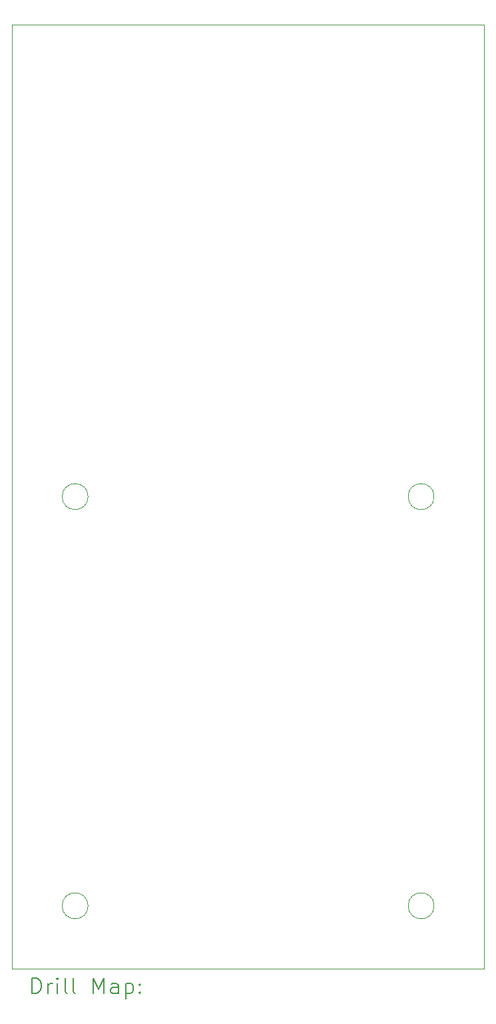
<source format=gbr>
%TF.GenerationSoftware,KiCad,Pcbnew,(6.0.11)*%
%TF.CreationDate,2023-06-04T21:12:27-05:00*%
%TF.ProjectId,Payload-Easy,5061796c-6f61-4642-9d45-6173792e6b69,1*%
%TF.SameCoordinates,Original*%
%TF.FileFunction,Drillmap*%
%TF.FilePolarity,Positive*%
%FSLAX45Y45*%
G04 Gerber Fmt 4.5, Leading zero omitted, Abs format (unit mm)*
G04 Created by KiCad (PCBNEW (6.0.11)) date 2023-06-04 21:12:27*
%MOMM*%
%LPD*%
G01*
G04 APERTURE LIST*
%ADD10C,0.100000*%
%ADD11C,0.200000*%
G04 APERTURE END LIST*
D10*
X16365000Y-10000000D02*
G75*
G03*
X16365000Y-10000000I-165000J0D01*
G01*
X16365000Y-15200000D02*
G75*
G03*
X16365000Y-15200000I-165000J0D01*
G01*
X11000000Y-4000000D02*
X17000000Y-4000000D01*
X17000000Y-4000000D02*
X17000000Y-16000000D01*
X17000000Y-16000000D02*
X11000000Y-16000000D01*
X11000000Y-16000000D02*
X11000000Y-4000000D01*
X11965000Y-15200000D02*
G75*
G03*
X11965000Y-15200000I-165000J0D01*
G01*
X11965000Y-10000000D02*
G75*
G03*
X11965000Y-10000000I-165000J0D01*
G01*
D11*
X11252619Y-16315476D02*
X11252619Y-16115476D01*
X11300238Y-16115476D01*
X11328809Y-16125000D01*
X11347857Y-16144048D01*
X11357381Y-16163095D01*
X11366905Y-16201190D01*
X11366905Y-16229762D01*
X11357381Y-16267857D01*
X11347857Y-16286905D01*
X11328809Y-16305952D01*
X11300238Y-16315476D01*
X11252619Y-16315476D01*
X11452619Y-16315476D02*
X11452619Y-16182143D01*
X11452619Y-16220238D02*
X11462143Y-16201190D01*
X11471667Y-16191667D01*
X11490714Y-16182143D01*
X11509762Y-16182143D01*
X11576428Y-16315476D02*
X11576428Y-16182143D01*
X11576428Y-16115476D02*
X11566905Y-16125000D01*
X11576428Y-16134524D01*
X11585952Y-16125000D01*
X11576428Y-16115476D01*
X11576428Y-16134524D01*
X11700238Y-16315476D02*
X11681190Y-16305952D01*
X11671667Y-16286905D01*
X11671667Y-16115476D01*
X11805000Y-16315476D02*
X11785952Y-16305952D01*
X11776428Y-16286905D01*
X11776428Y-16115476D01*
X12033571Y-16315476D02*
X12033571Y-16115476D01*
X12100238Y-16258333D01*
X12166905Y-16115476D01*
X12166905Y-16315476D01*
X12347857Y-16315476D02*
X12347857Y-16210714D01*
X12338333Y-16191667D01*
X12319286Y-16182143D01*
X12281190Y-16182143D01*
X12262143Y-16191667D01*
X12347857Y-16305952D02*
X12328809Y-16315476D01*
X12281190Y-16315476D01*
X12262143Y-16305952D01*
X12252619Y-16286905D01*
X12252619Y-16267857D01*
X12262143Y-16248809D01*
X12281190Y-16239286D01*
X12328809Y-16239286D01*
X12347857Y-16229762D01*
X12443095Y-16182143D02*
X12443095Y-16382143D01*
X12443095Y-16191667D02*
X12462143Y-16182143D01*
X12500238Y-16182143D01*
X12519286Y-16191667D01*
X12528809Y-16201190D01*
X12538333Y-16220238D01*
X12538333Y-16277381D01*
X12528809Y-16296428D01*
X12519286Y-16305952D01*
X12500238Y-16315476D01*
X12462143Y-16315476D01*
X12443095Y-16305952D01*
X12624048Y-16296428D02*
X12633571Y-16305952D01*
X12624048Y-16315476D01*
X12614524Y-16305952D01*
X12624048Y-16296428D01*
X12624048Y-16315476D01*
X12624048Y-16191667D02*
X12633571Y-16201190D01*
X12624048Y-16210714D01*
X12614524Y-16201190D01*
X12624048Y-16191667D01*
X12624048Y-16210714D01*
M02*

</source>
